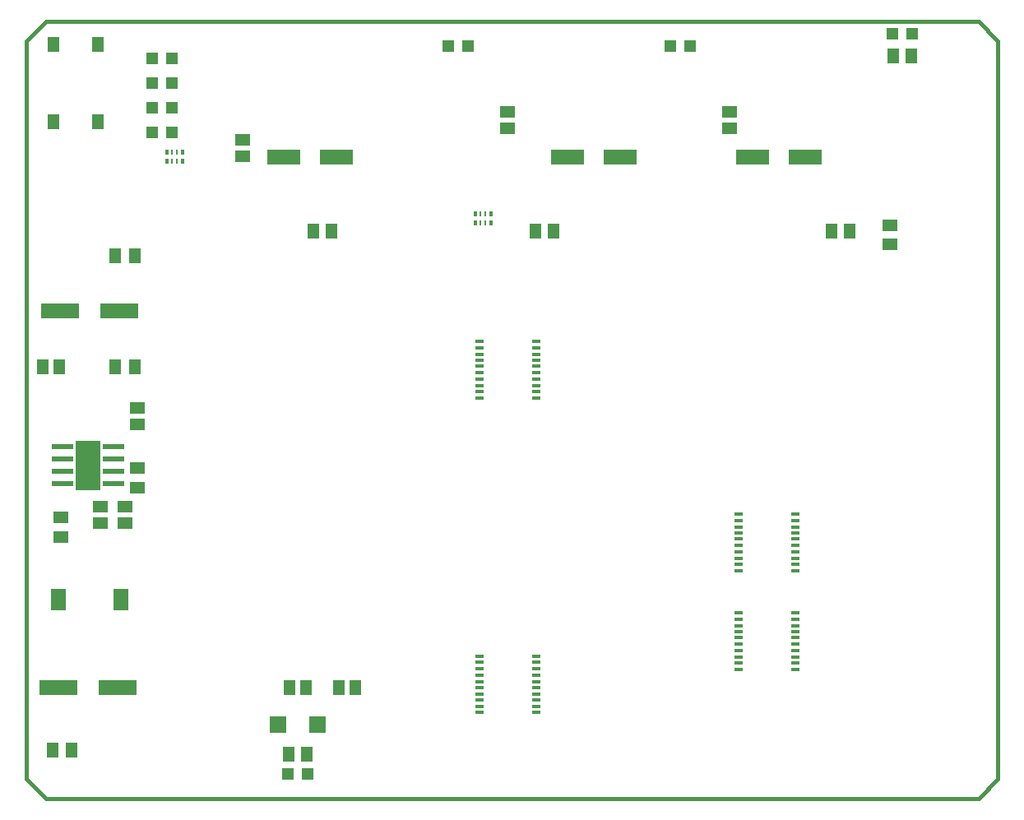
<source format=gtp>
G75*
%MOIN*%
%OFA0B0*%
%FSLAX25Y25*%
%IPPOS*%
%LPD*%
%AMOC8*
5,1,8,0,0,1.08239X$1,22.5*
%
%ADD10C,0.01600*%
%ADD11R,0.04724X0.04724*%
%ADD12R,0.05118X0.05906*%
%ADD13R,0.05906X0.05118*%
%ADD14R,0.13780X0.06299*%
%ADD15R,0.05118X0.06102*%
%ADD16R,0.08661X0.02362*%
%ADD17R,0.10000X0.20000*%
%ADD18R,0.06299X0.05118*%
%ADD19R,0.05118X0.06299*%
%ADD20R,0.15748X0.06299*%
%ADD21R,0.06299X0.08661*%
%ADD22R,0.03543X0.01378*%
%ADD23R,0.07087X0.06693*%
%ADD24R,0.01496X0.01969*%
%ADD25R,0.00984X0.01969*%
D10*
X0016500Y0009674D02*
X0024374Y0001800D01*
X0402327Y0001800D01*
X0410201Y0009674D01*
X0410201Y0308887D01*
X0402327Y0316761D01*
X0024374Y0316761D01*
X0016500Y0308887D01*
X0016500Y0308800D02*
X0016500Y0009800D01*
D11*
X0122366Y0011800D03*
X0130634Y0011800D03*
X0075634Y0271800D03*
X0067366Y0271800D03*
X0067366Y0281800D03*
X0075634Y0281800D03*
X0075634Y0291800D03*
X0067366Y0291800D03*
X0067366Y0301800D03*
X0075634Y0301800D03*
X0187366Y0306800D03*
X0195634Y0306800D03*
X0277366Y0306800D03*
X0285634Y0306800D03*
X0367366Y0311800D03*
X0375634Y0311800D03*
D12*
X0375240Y0302800D03*
X0367760Y0302800D03*
X0350240Y0231800D03*
X0342760Y0231800D03*
X0230240Y0231800D03*
X0222760Y0231800D03*
X0140240Y0231800D03*
X0132760Y0231800D03*
X0029846Y0176800D03*
X0023154Y0176800D03*
X0123154Y0046800D03*
X0129846Y0046800D03*
X0143154Y0046800D03*
X0149846Y0046800D03*
X0130240Y0019800D03*
X0122760Y0019800D03*
D13*
X0056500Y0113454D03*
X0056500Y0120146D03*
X0046500Y0120146D03*
X0046500Y0113454D03*
X0061500Y0153454D03*
X0061500Y0160146D03*
X0104000Y0261954D03*
X0104000Y0268646D03*
X0211500Y0273454D03*
X0211500Y0280146D03*
X0301500Y0280146D03*
X0301500Y0273454D03*
X0366500Y0234040D03*
X0366500Y0226560D03*
D14*
X0332130Y0261800D03*
X0310870Y0261800D03*
X0257130Y0261800D03*
X0235870Y0261800D03*
X0142130Y0261800D03*
X0120870Y0261800D03*
D15*
X0045358Y0276150D03*
X0027642Y0276150D03*
X0027642Y0307450D03*
X0045358Y0307450D03*
D16*
X0051736Y0144300D03*
X0051736Y0139300D03*
X0051736Y0134300D03*
X0051736Y0129300D03*
X0031264Y0129300D03*
X0031264Y0134300D03*
X0031264Y0139300D03*
X0031264Y0144300D03*
D17*
X0041500Y0136800D03*
D18*
X0061500Y0135737D03*
X0061500Y0127863D03*
X0030500Y0115737D03*
X0030500Y0107863D03*
D19*
X0052563Y0176800D03*
X0060437Y0176800D03*
X0060437Y0221800D03*
X0052563Y0221800D03*
X0034937Y0021300D03*
X0027063Y0021300D03*
D20*
X0029492Y0046800D03*
X0053508Y0046800D03*
X0054020Y0199438D03*
X0030004Y0199438D03*
D21*
X0029492Y0082312D03*
X0054689Y0082312D03*
D22*
X0199984Y0059477D03*
X0199984Y0056918D03*
X0199984Y0054359D03*
X0199984Y0051800D03*
X0199984Y0049241D03*
X0199984Y0046682D03*
X0199984Y0044123D03*
X0199984Y0041741D03*
X0199984Y0039182D03*
X0199984Y0036623D03*
X0223016Y0036623D03*
X0223016Y0039182D03*
X0223016Y0041741D03*
X0223016Y0044123D03*
X0223016Y0046682D03*
X0223016Y0049241D03*
X0223016Y0051800D03*
X0223016Y0054359D03*
X0223016Y0056918D03*
X0223016Y0059477D03*
X0304984Y0059241D03*
X0304984Y0061800D03*
X0304984Y0064359D03*
X0304984Y0066918D03*
X0304984Y0069477D03*
X0304984Y0071859D03*
X0304984Y0074418D03*
X0304984Y0076977D03*
X0304984Y0094123D03*
X0304984Y0096682D03*
X0304984Y0099241D03*
X0304984Y0101800D03*
X0304984Y0104359D03*
X0304984Y0106918D03*
X0304984Y0109477D03*
X0304984Y0111859D03*
X0304984Y0114418D03*
X0304984Y0116977D03*
X0328016Y0116977D03*
X0328016Y0114418D03*
X0328016Y0111859D03*
X0328016Y0109477D03*
X0328016Y0106918D03*
X0328016Y0104359D03*
X0328016Y0101800D03*
X0328016Y0099241D03*
X0328016Y0096682D03*
X0328016Y0094123D03*
X0328016Y0076977D03*
X0328016Y0074418D03*
X0328016Y0071859D03*
X0328016Y0069477D03*
X0328016Y0066918D03*
X0328016Y0064359D03*
X0328016Y0061800D03*
X0328016Y0059241D03*
X0328016Y0056682D03*
X0328016Y0054123D03*
X0304984Y0054123D03*
X0304984Y0056682D03*
X0223016Y0164123D03*
X0223016Y0166682D03*
X0223016Y0169241D03*
X0223016Y0171800D03*
X0223016Y0174359D03*
X0223016Y0176918D03*
X0223016Y0179477D03*
X0223016Y0181859D03*
X0223016Y0184418D03*
X0223016Y0186977D03*
X0199984Y0186977D03*
X0199984Y0184418D03*
X0199984Y0181859D03*
X0199984Y0179477D03*
X0199984Y0176918D03*
X0199984Y0174359D03*
X0199984Y0171800D03*
X0199984Y0169241D03*
X0199984Y0166682D03*
X0199984Y0164123D03*
D23*
X0134571Y0031800D03*
X0118429Y0031800D03*
D24*
X0198350Y0234930D03*
X0198350Y0238670D03*
X0204650Y0238670D03*
X0204650Y0234930D03*
X0079650Y0259930D03*
X0079650Y0263670D03*
X0073350Y0263670D03*
X0073350Y0259930D03*
D25*
X0075516Y0259930D03*
X0077484Y0259930D03*
X0077484Y0263670D03*
X0075516Y0263670D03*
X0200516Y0238670D03*
X0202484Y0238670D03*
X0202484Y0234930D03*
X0200516Y0234930D03*
M02*

</source>
